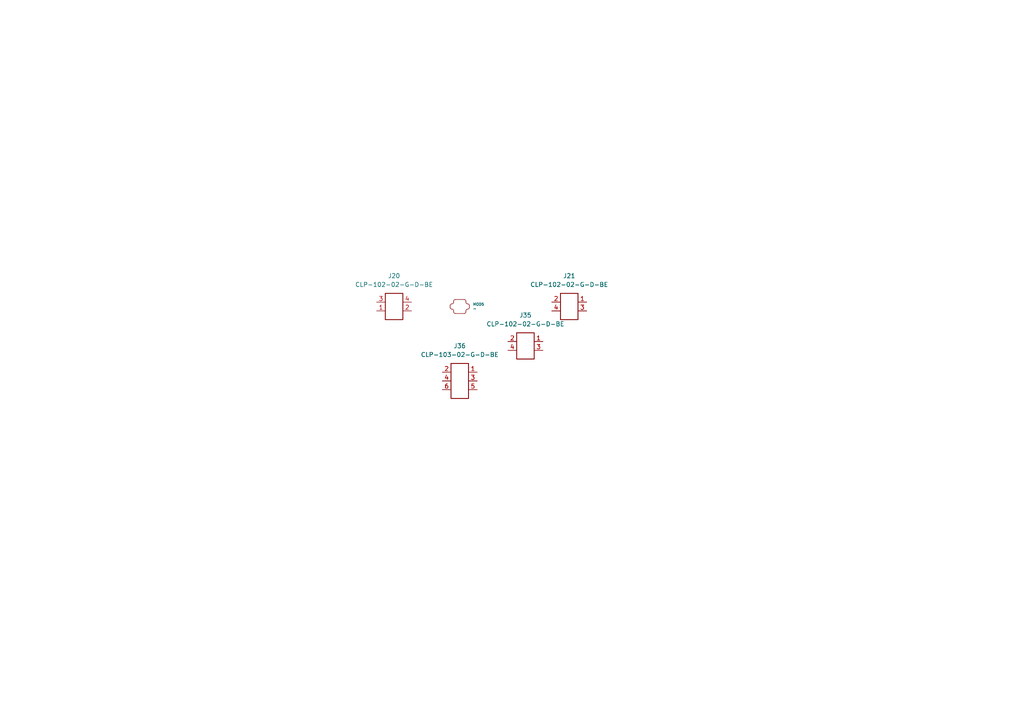
<source format=kicad_sch>
(kicad_sch (version 20250114) (generator "eeschema") (generator_version "9.0")
  (paper "A4")
  (lib_symbols
    (symbol "UNITED_CONNECTORS_DATA_BASE:J_CLP-102-02-G-D-BE" (pin_names (offset 0.254))
      (property "Reference" "J" (at 5.08 5.08 0))
      (property "Value" "CLP-102-02-G-D-BE" (at 5.08 -5.08 0))
      (symbol "J_CLP-102-02-G-D-BE_0_0"
        (pin unspecified line (at -5.08 1.27 0) (length 2.54) (name "") (number "1"))
        (pin unspecified line (at -5.08 -1.27 0) (length 2.54) (name "") (number "3"))
        (pin unspecified line (at 5.08 1.27 180) (length 2.54) (name "") (number "2"))
        (pin unspecified line (at 5.08 -1.27 180) (length 2.54) (name "") (number "4"))
      )
      (symbol "J_CLP-102-02-G-D-BE_1_0"
        (rectangle (start -2.54 3.81) (end 2.54 -3.81) (stroke (width 0.254)))
      )
    )
    (symbol "UNITED_CONNECTORS_DATA_BASE:J_CLP-103-02-G-D-BE" (pin_names (offset 0.254))
      (property "Reference" "J" (at 5.08 6.35 0))
      (property "Value" "CLP-103-02-G-D-BE" (at 5.08 -6.35 0))
      (symbol "J_CLP-103-02-G-D-BE_0_0"
        (pin unspecified line (at -5.08 2.54 0) (length 2.54) (name "") (number "1"))
        (pin unspecified line (at -5.08 0 0) (length 2.54) (name "") (number "3"))
        (pin unspecified line (at -5.08 -2.54 0) (length 2.54) (name "") (number "5"))
        (pin unspecified line (at 5.08 2.54 180) (length 2.54) (name "") (number "2"))
        (pin unspecified line (at 5.08 0 180) (length 2.54) (name "") (number "4"))
        (pin unspecified line (at 5.08 -2.54 180) (length 2.54) (name "") (number "6"))
      )
      (symbol "J_CLP-103-02-G-D-BE_1_0"
        (rectangle (start -2.54 5.08) (end 2.54 -5.08) (stroke (width 0.254)))
      )
    )
    (symbol "UNITED_MODULES_DATA_BASE:MINIMAL_LTC9111"
      (property "Reference" "MOD" (at 2.54 5.08 0))
      (symbol "MINIMAL_LTC9111_0_1"
        (polyline (pts (xy -2.794 0.254) (xy -2.794 -0.254)))
        (arc (start -1.778 1.27) (mid -1.9268 0.9108) (end -2.286 0.762))
        (arc (start -2.794 0.254) (mid -2.6452 0.6132) (end -2.286 0.762))
        (arc (start -2.286 -0.762) (mid -2.6452 -0.6132) (end -2.794 -0.254))
        (arc (start -2.286 -0.762) (mid -1.9268 -0.9108) (end -1.778 -1.27))
        (polyline (pts (xy -1.778 1.524) (xy -1.778 1.27)))
        (polyline (pts (xy -1.778 -1.524) (xy -1.778 -1.27)))
        (arc (start -1.778 1.524) (mid -1.6296 1.8836) (end -1.27 2.032))
        (arc (start -1.27 -2.032) (mid -1.6292 -1.8832) (end -1.778 -1.524))
        (polyline (pts (xy -1.27 -2.032) (xy 1.27 -2.032)))
        (polyline (pts (xy 1.27 2.032) (xy -1.27 2.032)))
        (arc (start 1.27 2.032) (mid 1.6292 1.8832) (end 1.778 1.524))
        (arc (start 1.778 -1.524) (mid 1.6295 -1.8835) (end 1.27 -2.032))
        (polyline (pts (xy 1.778 1.524) (xy 1.778 1.27)))
        (polyline (pts (xy 1.778 -1.524) (xy 1.778 -1.27)))
        (arc (start 2.286 0.762) (mid 1.9268 0.9108) (end 1.778 1.27))
        (arc (start 2.796 -0.256) (mid 2.6466 -0.6146) (end 2.288 -0.764))
        (arc (start 1.778 -1.27) (mid 1.9268 -0.9108) (end 2.286 -0.762))
        (arc (start 2.288 0.76) (mid 2.6472 0.6112) (end 2.796 0.252))
        (polyline (pts (xy 2.794 0.254) (xy 2.794 -0.254)))
      )
    )
  )
  (symbol (lib_id "UNITED_CONNECTORS_DATA_BASE:J_CLP-102-02-G-D-BE") (at 152.4 100.33 0) (mirror y) (unit 1)
    (property "Reference" "J35" (at 152.4 91.44 0))
    (property "Value" "CLP-102-02-G-D-BE" (at 152.4 93.98 0))
    (property "Footprint" "connector_footprints:CLP-102-02-G-D-BE" (effects (hide yes)))
    (property "Datasheet" "https://suddendocs.samtec.com/catalog_english/clp_sm.pdf?_gl=1*1y4jlr9*_gcl_au*MTM0MTYyNTQ5MS4xNzM2MDk5MTUz*_ga*MTYxNDYyMTQ0Mi4xNzM2MDk5MTUz*_ga_3KFNZC07WW*MTczNjY4MDQ4OS4xNS4xLjE3MzY2ODEzNzcuNjAuMC4w" (effects (hide yes)))
    (property "Description" "Samtec CLP-1xx-02-G-D-BE series,  2 positions connector,  1.27 mm pitch,  Black,  Vertical mounting,  5.2 A,  300 V,  Surface Mount,  Tin plated" (effects (hide yes)))
    (property "Color" "Black" (effects (hide yes)))
    (property "Contact Plating" "Tin" (effects (hide yes)))
    (property "Current Rating (A)" "5.2" (effects (hide yes)))
    (property "MPN" "CLP-102-02-G-D-BE" (effects (hide yes)))
    (property "Manufacturer" "Samtec" (effects (hide yes)))
    (property "Mounting Angle" "Vertical" (effects (hide yes)))
    (property "Mounting Style" "Surface Mount" (effects (hide yes)))
    (property "Number of Rows" "2" (effects (hide yes)))
    (property "Pin Count" "2" (effects (hide yes)))
    (property "Pitch (mm)" "1.27" (effects (hide yes)))
    (property "Series" "CLP-1xx-02-G-D-BE" (effects (hide yes)))
    (property "Symbol Name" "J_CLP-102-02-G-D-BE" (effects (hide yes)))
    (property "Trustedparts Search" "https://www.trustedparts.com/en/search/CLP-102-02-G-D-BE" (effects (hide yes)))
    (property "Voltage Rating (V)" "300" (effects (hide yes)))
  )
  (symbol (lib_id "UNITED_MODULES_DATA_BASE:MINIMAL_LTC9111") (at 133.35 88.9 0) (unit 1)
    (property "Reference" "MOD5" (at 137.16 88.265 0) (effects (font (size 0.762 0.762)) (justify left)))
    (property "Value" "~" (at 137.16 89.535 0) (effects (justify left)))
    (property "Footprint" "modules_footprints:minimal_ltc9111" (effects (hide yes)))
    (property "3dviewer Link" "https://3dviewer.net/index.html#model=https://github.com/ionutms/KiCAD_Symbols_Generator/blob/main/3D_models/minimal_ltc9111.wrl" (effects (hide yes)))
  )
  (symbol (lib_id "UNITED_CONNECTORS_DATA_BASE:J_CLP-102-02-G-D-BE") (at 114.3 88.9 0) (mirror x) (unit 1)
    (property "Reference" "J20" (at 114.3 80.01 0))
    (property "Value" "CLP-102-02-G-D-BE" (at 114.3 82.55 0))
    (property "Footprint" "connector_footprints:CLP-102-02-G-D-BE" (effects (hide yes)))
    (property "Datasheet" "https://suddendocs.samtec.com/catalog_english/clp_sm.pdf?_gl=1*1y4jlr9*_gcl_au*MTM0MTYyNTQ5MS4xNzM2MDk5MTUz*_ga*MTYxNDYyMTQ0Mi4xNzM2MDk5MTUz*_ga_3KFNZC07WW*MTczNjY4MDQ4OS4xNS4xLjE3MzY2ODEzNzcuNjAuMC4w" (effects (hide yes)))
    (property "Description" "Samtec CLP-1xx-02-G-D-BE series,  2 positions connector,  1.27 mm pitch,  Black,  Vertical mounting,  5.2 A,  300 V,  Surface Mount,  Tin plated" (effects (hide yes)))
    (property "Color" "Black" (effects (hide yes)))
    (property "Contact Plating" "Tin" (effects (hide yes)))
    (property "Current Rating (A)" "5.2" (effects (hide yes)))
    (property "MPN" "CLP-102-02-G-D-BE" (effects (hide yes)))
    (property "Manufacturer" "Samtec" (effects (hide yes)))
    (property "Mounting Angle" "Vertical" (effects (hide yes)))
    (property "Mounting Style" "Surface Mount" (effects (hide yes)))
    (property "Number of Rows" "2" (effects (hide yes)))
    (property "Pin Count" "2" (effects (hide yes)))
    (property "Pitch (mm)" "1.27" (effects (hide yes)))
    (property "Series" "CLP-1xx-02-G-D-BE" (effects (hide yes)))
    (property "Symbol Name" "J_CLP-102-02-G-D-BE" (effects (hide yes)))
    (property "Trustedparts Search" "https://www.trustedparts.com/en/search/CLP-102-02-G-D-BE" (effects (hide yes)))
    (property "Voltage Rating (V)" "300" (effects (hide yes)))
  )
  (symbol (lib_id "UNITED_CONNECTORS_DATA_BASE:J_CLP-102-02-G-D-BE") (at 165.1 88.9 0) (mirror y) (unit 1)
    (property "Reference" "J21" (at 165.1 80.01 0))
    (property "Value" "CLP-102-02-G-D-BE" (at 165.1 82.55 0))
    (property "Footprint" "connector_footprints:CLP-102-02-G-D-BE" (effects (hide yes)))
    (property "Datasheet" "https://suddendocs.samtec.com/catalog_english/clp_sm.pdf?_gl=1*1y4jlr9*_gcl_au*MTM0MTYyNTQ5MS4xNzM2MDk5MTUz*_ga*MTYxNDYyMTQ0Mi4xNzM2MDk5MTUz*_ga_3KFNZC07WW*MTczNjY4MDQ4OS4xNS4xLjE3MzY2ODEzNzcuNjAuMC4w" (effects (hide yes)))
    (property "Description" "Samtec CLP-1xx-02-G-D-BE series,  2 positions connector,  1.27 mm pitch,  Black,  Vertical mounting,  5.2 A,  300 V,  Surface Mount,  Tin plated" (effects (hide yes)))
    (property "Color" "Black" (effects (hide yes)))
    (property "Contact Plating" "Tin" (effects (hide yes)))
    (property "Current Rating (A)" "5.2" (effects (hide yes)))
    (property "MPN" "CLP-102-02-G-D-BE" (effects (hide yes)))
    (property "Manufacturer" "Samtec" (effects (hide yes)))
    (property "Mounting Angle" "Vertical" (effects (hide yes)))
    (property "Mounting Style" "Surface Mount" (effects (hide yes)))
    (property "Number of Rows" "2" (effects (hide yes)))
    (property "Pin Count" "2" (effects (hide yes)))
    (property "Pitch (mm)" "1.27" (effects (hide yes)))
    (property "Series" "CLP-1xx-02-G-D-BE" (effects (hide yes)))
    (property "Symbol Name" "J_CLP-102-02-G-D-BE" (effects (hide yes)))
    (property "Trustedparts Search" "https://www.trustedparts.com/en/search/CLP-102-02-G-D-BE" (effects (hide yes)))
    (property "Voltage Rating (V)" "300" (effects (hide yes)))
  )
  (symbol (lib_id "UNITED_CONNECTORS_DATA_BASE:J_CLP-103-02-G-D-BE") (at 133.35 110.49 0) (mirror y) (unit 1)
    (property "Reference" "J36" (at 133.35 100.33 0))
    (property "Value" "CLP-103-02-G-D-BE" (at 133.35 102.87 0))
    (property "Footprint" "connector_footprints:CLP-103-02-G-D-BE" (effects (hide yes)))
    (property "Datasheet" "https://suddendocs.samtec.com/catalog_english/clp_sm.pdf?_gl=1*1y4jlr9*_gcl_au*MTM0MTYyNTQ5MS4xNzM2MDk5MTUz*_ga*MTYxNDYyMTQ0Mi4xNzM2MDk5MTUz*_ga_3KFNZC07WW*MTczNjY4MDQ4OS4xNS4xLjE3MzY2ODEzNzcuNjAuMC4w" (effects (hide yes)))
    (property "Description" "Samtec CLP-1xx-02-G-D-BE series,  3 positions connector,  1.27 mm pitch,  Black,  Vertical mounting,  5.2 A,  300 V,  Surface Mount,  Tin plated" (effects (hide yes)))
    (property "Color" "Black" (effects (hide yes)))
    (property "Contact Plating" "Tin" (effects (hide yes)))
    (property "Current Rating (A)" "5.2" (effects (hide yes)))
    (property "MPN" "CLP-103-02-G-D-BE" (effects (hide yes)))
    (property "Manufacturer" "Samtec" (effects (hide yes)))
    (property "Mounting Angle" "Vertical" (effects (hide yes)))
    (property "Mounting Style" "Surface Mount" (effects (hide yes)))
    (property "Number of Rows" "2" (effects (hide yes)))
    (property "Pin Count" "3" (effects (hide yes)))
    (property "Pitch (mm)" "1.27" (effects (hide yes)))
    (property "Series" "CLP-1xx-02-G-D-BE" (effects (hide yes)))
    (property "Symbol Name" "J_CLP-103-02-G-D-BE" (effects (hide yes)))
    (property "Trustedparts Search" "https://www.trustedparts.com/en/search/CLP-103-02-G-D-BE" (effects (hide yes)))
    (property "Voltage Rating (V)" "300" (effects (hide yes)))
  )
)
</source>
